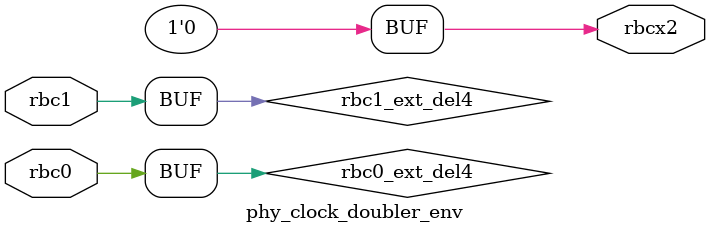
<source format=v>
`timescale 1ns/10ps
module phy_clock_doubler_env(rbc0,rbc1,
	rbcx2);

input	rbc0;	// input from external SERDES, clocks odd bytes
input	rbc1;	// input from external SERDES, clocks even bytes
output	rbcx2;	// doubled version of clocks

wire 	rbc0_ext_del4; 	// rbc0_ext delayed 4 ns
wire	rbc1_ext_del4;	// rbc1_ext delayed 4 ns

assign #4000 rbc0_ext_del4 = rbc0;
assign #4000 rbc1_ext_del4 = rbc1;

assign rbcx2 = (~rbc0_ext_del4 & rbc0) | 
		   (~rbc1_ext_del4 & rbc1);

endmodule

</source>
